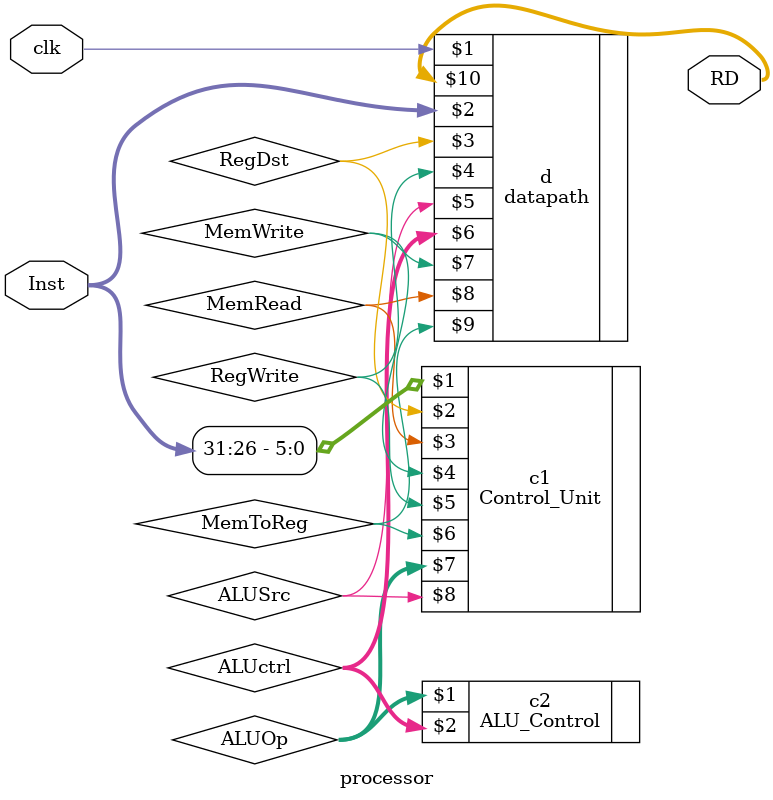
<source format=v>
module processor(clk,Inst,RD);
input [31:0] Inst;
input clk;
output [31:0] RD;
	wire RegDst,RegWrite,ALUSrc,MemWrite,MemRead,MemToReg;
	wire [1:0] ALUOp;
	wire [2:0] ALUctrl;
	Control_Unit c1(Inst[31:26],RegDst,MemRead,MemWrite,RegWrite,MemToReg,ALUOp,ALUSrc);
	ALU_Control c2(ALUOp,ALUctrl);
	datapath d(clk,Inst,RegDst,RegWrite,ALUSrc,ALUctrl,MemWrite,MemRead,MemToReg,RD);
endmodule
</source>
